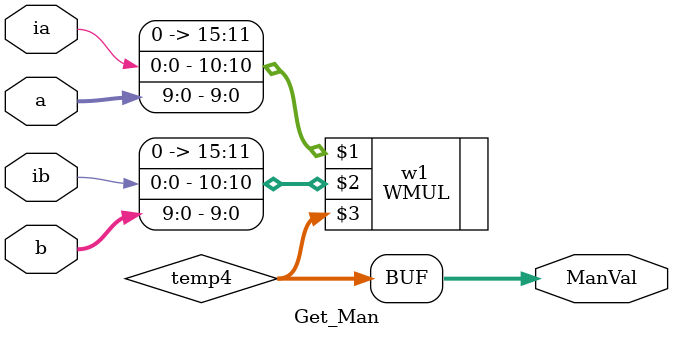
<source format=v>

module Get_Man(input [15:0]a, input [15:0]b, input ia, input ib, output [31:0] ManVal);

wire [31:0] temp4;

WMUL w1({5'b0,ia,a[9:0]},{5'b0,ib,b[9:0]},temp4);
assign ManVal = temp4;

endmodule
</source>
